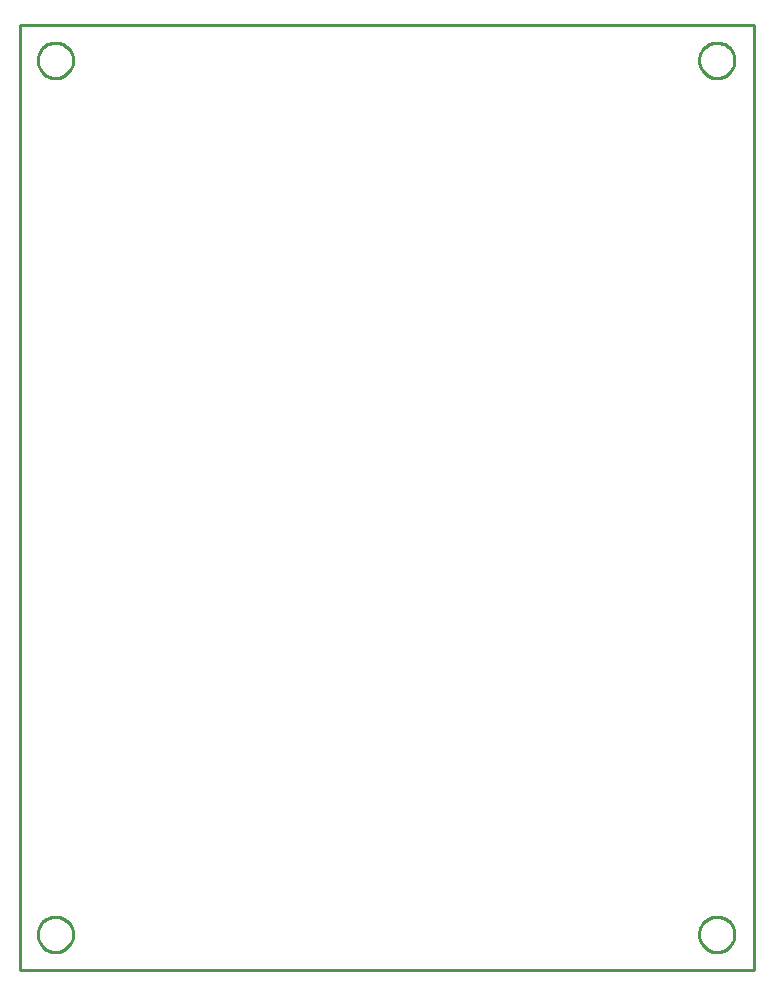
<source format=gbr>
G04 EAGLE Gerber RS-274X export*
G75*
%MOMM*%
%FSLAX34Y34*%
%LPD*%
%IN*%
%IPPOS*%
%AMOC8*
5,1,8,0,0,1.08239X$1,22.5*%
G01*
%ADD10C,0.254000*%


D10*
X0Y0D02*
X621100Y0D01*
X621100Y800000D01*
X0Y800000D01*
X0Y0D01*
X45000Y769464D02*
X44924Y768396D01*
X44771Y767335D01*
X44543Y766288D01*
X44241Y765260D01*
X43867Y764256D01*
X43422Y763281D01*
X42908Y762341D01*
X42329Y761440D01*
X41687Y760582D01*
X40985Y759772D01*
X40228Y759015D01*
X39418Y758313D01*
X38560Y757671D01*
X37659Y757092D01*
X36719Y756578D01*
X35744Y756133D01*
X34740Y755759D01*
X33712Y755457D01*
X32665Y755229D01*
X31604Y755076D01*
X30536Y755000D01*
X29464Y755000D01*
X28396Y755076D01*
X27335Y755229D01*
X26288Y755457D01*
X25260Y755759D01*
X24256Y756133D01*
X23281Y756578D01*
X22341Y757092D01*
X21440Y757671D01*
X20582Y758313D01*
X19772Y759015D01*
X19015Y759772D01*
X18313Y760582D01*
X17671Y761440D01*
X17092Y762341D01*
X16578Y763281D01*
X16133Y764256D01*
X15759Y765260D01*
X15457Y766288D01*
X15229Y767335D01*
X15076Y768396D01*
X15000Y769464D01*
X15000Y770536D01*
X15076Y771604D01*
X15229Y772665D01*
X15457Y773712D01*
X15759Y774740D01*
X16133Y775744D01*
X16578Y776719D01*
X17092Y777659D01*
X17671Y778560D01*
X18313Y779418D01*
X19015Y780228D01*
X19772Y780985D01*
X20582Y781687D01*
X21440Y782329D01*
X22341Y782908D01*
X23281Y783422D01*
X24256Y783867D01*
X25260Y784241D01*
X26288Y784543D01*
X27335Y784771D01*
X28396Y784924D01*
X29464Y785000D01*
X30536Y785000D01*
X31604Y784924D01*
X32665Y784771D01*
X33712Y784543D01*
X34740Y784241D01*
X35744Y783867D01*
X36719Y783422D01*
X37659Y782908D01*
X38560Y782329D01*
X39418Y781687D01*
X40228Y780985D01*
X40985Y780228D01*
X41687Y779418D01*
X42329Y778560D01*
X42908Y777659D01*
X43422Y776719D01*
X43867Y775744D01*
X44241Y774740D01*
X44543Y773712D01*
X44771Y772665D01*
X44924Y771604D01*
X45000Y770536D01*
X45000Y769464D01*
X605000Y769464D02*
X604924Y768396D01*
X604771Y767335D01*
X604543Y766288D01*
X604241Y765260D01*
X603867Y764256D01*
X603422Y763281D01*
X602908Y762341D01*
X602329Y761440D01*
X601687Y760582D01*
X600985Y759772D01*
X600228Y759015D01*
X599418Y758313D01*
X598560Y757671D01*
X597659Y757092D01*
X596719Y756578D01*
X595744Y756133D01*
X594740Y755759D01*
X593712Y755457D01*
X592665Y755229D01*
X591604Y755076D01*
X590536Y755000D01*
X589464Y755000D01*
X588396Y755076D01*
X587335Y755229D01*
X586288Y755457D01*
X585260Y755759D01*
X584256Y756133D01*
X583281Y756578D01*
X582341Y757092D01*
X581440Y757671D01*
X580582Y758313D01*
X579772Y759015D01*
X579015Y759772D01*
X578313Y760582D01*
X577671Y761440D01*
X577092Y762341D01*
X576578Y763281D01*
X576133Y764256D01*
X575759Y765260D01*
X575457Y766288D01*
X575229Y767335D01*
X575076Y768396D01*
X575000Y769464D01*
X575000Y770536D01*
X575076Y771604D01*
X575229Y772665D01*
X575457Y773712D01*
X575759Y774740D01*
X576133Y775744D01*
X576578Y776719D01*
X577092Y777659D01*
X577671Y778560D01*
X578313Y779418D01*
X579015Y780228D01*
X579772Y780985D01*
X580582Y781687D01*
X581440Y782329D01*
X582341Y782908D01*
X583281Y783422D01*
X584256Y783867D01*
X585260Y784241D01*
X586288Y784543D01*
X587335Y784771D01*
X588396Y784924D01*
X589464Y785000D01*
X590536Y785000D01*
X591604Y784924D01*
X592665Y784771D01*
X593712Y784543D01*
X594740Y784241D01*
X595744Y783867D01*
X596719Y783422D01*
X597659Y782908D01*
X598560Y782329D01*
X599418Y781687D01*
X600228Y780985D01*
X600985Y780228D01*
X601687Y779418D01*
X602329Y778560D01*
X602908Y777659D01*
X603422Y776719D01*
X603867Y775744D01*
X604241Y774740D01*
X604543Y773712D01*
X604771Y772665D01*
X604924Y771604D01*
X605000Y770536D01*
X605000Y769464D01*
X605000Y29464D02*
X604924Y28396D01*
X604771Y27335D01*
X604543Y26288D01*
X604241Y25260D01*
X603867Y24256D01*
X603422Y23281D01*
X602908Y22341D01*
X602329Y21440D01*
X601687Y20582D01*
X600985Y19772D01*
X600228Y19015D01*
X599418Y18313D01*
X598560Y17671D01*
X597659Y17092D01*
X596719Y16578D01*
X595744Y16133D01*
X594740Y15759D01*
X593712Y15457D01*
X592665Y15229D01*
X591604Y15076D01*
X590536Y15000D01*
X589464Y15000D01*
X588396Y15076D01*
X587335Y15229D01*
X586288Y15457D01*
X585260Y15759D01*
X584256Y16133D01*
X583281Y16578D01*
X582341Y17092D01*
X581440Y17671D01*
X580582Y18313D01*
X579772Y19015D01*
X579015Y19772D01*
X578313Y20582D01*
X577671Y21440D01*
X577092Y22341D01*
X576578Y23281D01*
X576133Y24256D01*
X575759Y25260D01*
X575457Y26288D01*
X575229Y27335D01*
X575076Y28396D01*
X575000Y29464D01*
X575000Y30536D01*
X575076Y31604D01*
X575229Y32665D01*
X575457Y33712D01*
X575759Y34740D01*
X576133Y35744D01*
X576578Y36719D01*
X577092Y37659D01*
X577671Y38560D01*
X578313Y39418D01*
X579015Y40228D01*
X579772Y40985D01*
X580582Y41687D01*
X581440Y42329D01*
X582341Y42908D01*
X583281Y43422D01*
X584256Y43867D01*
X585260Y44241D01*
X586288Y44543D01*
X587335Y44771D01*
X588396Y44924D01*
X589464Y45000D01*
X590536Y45000D01*
X591604Y44924D01*
X592665Y44771D01*
X593712Y44543D01*
X594740Y44241D01*
X595744Y43867D01*
X596719Y43422D01*
X597659Y42908D01*
X598560Y42329D01*
X599418Y41687D01*
X600228Y40985D01*
X600985Y40228D01*
X601687Y39418D01*
X602329Y38560D01*
X602908Y37659D01*
X603422Y36719D01*
X603867Y35744D01*
X604241Y34740D01*
X604543Y33712D01*
X604771Y32665D01*
X604924Y31604D01*
X605000Y30536D01*
X605000Y29464D01*
X45000Y29464D02*
X44924Y28396D01*
X44771Y27335D01*
X44543Y26288D01*
X44241Y25260D01*
X43867Y24256D01*
X43422Y23281D01*
X42908Y22341D01*
X42329Y21440D01*
X41687Y20582D01*
X40985Y19772D01*
X40228Y19015D01*
X39418Y18313D01*
X38560Y17671D01*
X37659Y17092D01*
X36719Y16578D01*
X35744Y16133D01*
X34740Y15759D01*
X33712Y15457D01*
X32665Y15229D01*
X31604Y15076D01*
X30536Y15000D01*
X29464Y15000D01*
X28396Y15076D01*
X27335Y15229D01*
X26288Y15457D01*
X25260Y15759D01*
X24256Y16133D01*
X23281Y16578D01*
X22341Y17092D01*
X21440Y17671D01*
X20582Y18313D01*
X19772Y19015D01*
X19015Y19772D01*
X18313Y20582D01*
X17671Y21440D01*
X17092Y22341D01*
X16578Y23281D01*
X16133Y24256D01*
X15759Y25260D01*
X15457Y26288D01*
X15229Y27335D01*
X15076Y28396D01*
X15000Y29464D01*
X15000Y30536D01*
X15076Y31604D01*
X15229Y32665D01*
X15457Y33712D01*
X15759Y34740D01*
X16133Y35744D01*
X16578Y36719D01*
X17092Y37659D01*
X17671Y38560D01*
X18313Y39418D01*
X19015Y40228D01*
X19772Y40985D01*
X20582Y41687D01*
X21440Y42329D01*
X22341Y42908D01*
X23281Y43422D01*
X24256Y43867D01*
X25260Y44241D01*
X26288Y44543D01*
X27335Y44771D01*
X28396Y44924D01*
X29464Y45000D01*
X30536Y45000D01*
X31604Y44924D01*
X32665Y44771D01*
X33712Y44543D01*
X34740Y44241D01*
X35744Y43867D01*
X36719Y43422D01*
X37659Y42908D01*
X38560Y42329D01*
X39418Y41687D01*
X40228Y40985D01*
X40985Y40228D01*
X41687Y39418D01*
X42329Y38560D01*
X42908Y37659D01*
X43422Y36719D01*
X43867Y35744D01*
X44241Y34740D01*
X44543Y33712D01*
X44771Y32665D01*
X44924Y31604D01*
X45000Y30536D01*
X45000Y29464D01*
M02*

</source>
